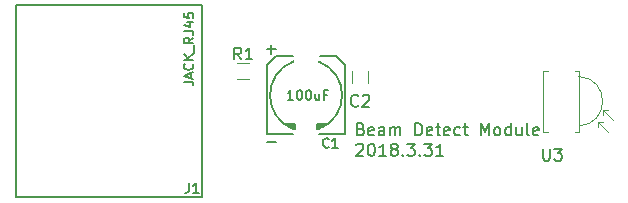
<source format=gbr>
G04 #@! TF.FileFunction,Legend,Top*
%FSLAX46Y46*%
G04 Gerber Fmt 4.6, Leading zero omitted, Abs format (unit mm)*
G04 Created by KiCad (PCBNEW 4.0.7) date 03/31/18 19:23:34*
%MOMM*%
%LPD*%
G01*
G04 APERTURE LIST*
%ADD10C,0.150000*%
%ADD11C,0.203200*%
%ADD12C,0.120000*%
%ADD13C,0.149860*%
G04 APERTURE END LIST*
D10*
D11*
X61540571Y-48085829D02*
X61685714Y-48134210D01*
X61734095Y-48182590D01*
X61782476Y-48279352D01*
X61782476Y-48424495D01*
X61734095Y-48521257D01*
X61685714Y-48569638D01*
X61588952Y-48618019D01*
X61201905Y-48618019D01*
X61201905Y-47602019D01*
X61540571Y-47602019D01*
X61637333Y-47650400D01*
X61685714Y-47698781D01*
X61734095Y-47795543D01*
X61734095Y-47892305D01*
X61685714Y-47989067D01*
X61637333Y-48037448D01*
X61540571Y-48085829D01*
X61201905Y-48085829D01*
X62604952Y-48569638D02*
X62508190Y-48618019D01*
X62314667Y-48618019D01*
X62217905Y-48569638D01*
X62169524Y-48472876D01*
X62169524Y-48085829D01*
X62217905Y-47989067D01*
X62314667Y-47940686D01*
X62508190Y-47940686D01*
X62604952Y-47989067D01*
X62653333Y-48085829D01*
X62653333Y-48182590D01*
X62169524Y-48279352D01*
X63524190Y-48618019D02*
X63524190Y-48085829D01*
X63475809Y-47989067D01*
X63379047Y-47940686D01*
X63185524Y-47940686D01*
X63088762Y-47989067D01*
X63524190Y-48569638D02*
X63427428Y-48618019D01*
X63185524Y-48618019D01*
X63088762Y-48569638D01*
X63040381Y-48472876D01*
X63040381Y-48376114D01*
X63088762Y-48279352D01*
X63185524Y-48230971D01*
X63427428Y-48230971D01*
X63524190Y-48182590D01*
X64008000Y-48618019D02*
X64008000Y-47940686D01*
X64008000Y-48037448D02*
X64056381Y-47989067D01*
X64153143Y-47940686D01*
X64298285Y-47940686D01*
X64395047Y-47989067D01*
X64443428Y-48085829D01*
X64443428Y-48618019D01*
X64443428Y-48085829D02*
X64491809Y-47989067D01*
X64588571Y-47940686D01*
X64733714Y-47940686D01*
X64830476Y-47989067D01*
X64878857Y-48085829D01*
X64878857Y-48618019D01*
X66136762Y-48618019D02*
X66136762Y-47602019D01*
X66378667Y-47602019D01*
X66523809Y-47650400D01*
X66620571Y-47747162D01*
X66668952Y-47843924D01*
X66717333Y-48037448D01*
X66717333Y-48182590D01*
X66668952Y-48376114D01*
X66620571Y-48472876D01*
X66523809Y-48569638D01*
X66378667Y-48618019D01*
X66136762Y-48618019D01*
X67539809Y-48569638D02*
X67443047Y-48618019D01*
X67249524Y-48618019D01*
X67152762Y-48569638D01*
X67104381Y-48472876D01*
X67104381Y-48085829D01*
X67152762Y-47989067D01*
X67249524Y-47940686D01*
X67443047Y-47940686D01*
X67539809Y-47989067D01*
X67588190Y-48085829D01*
X67588190Y-48182590D01*
X67104381Y-48279352D01*
X67878476Y-47940686D02*
X68265524Y-47940686D01*
X68023619Y-47602019D02*
X68023619Y-48472876D01*
X68072000Y-48569638D01*
X68168762Y-48618019D01*
X68265524Y-48618019D01*
X68991237Y-48569638D02*
X68894475Y-48618019D01*
X68700952Y-48618019D01*
X68604190Y-48569638D01*
X68555809Y-48472876D01*
X68555809Y-48085829D01*
X68604190Y-47989067D01*
X68700952Y-47940686D01*
X68894475Y-47940686D01*
X68991237Y-47989067D01*
X69039618Y-48085829D01*
X69039618Y-48182590D01*
X68555809Y-48279352D01*
X69910475Y-48569638D02*
X69813713Y-48618019D01*
X69620190Y-48618019D01*
X69523428Y-48569638D01*
X69475047Y-48521257D01*
X69426666Y-48424495D01*
X69426666Y-48134210D01*
X69475047Y-48037448D01*
X69523428Y-47989067D01*
X69620190Y-47940686D01*
X69813713Y-47940686D01*
X69910475Y-47989067D01*
X70200761Y-47940686D02*
X70587809Y-47940686D01*
X70345904Y-47602019D02*
X70345904Y-48472876D01*
X70394285Y-48569638D01*
X70491047Y-48618019D01*
X70587809Y-48618019D01*
X71700570Y-48618019D02*
X71700570Y-47602019D01*
X72039236Y-48327733D01*
X72377903Y-47602019D01*
X72377903Y-48618019D01*
X73006856Y-48618019D02*
X72910094Y-48569638D01*
X72861713Y-48521257D01*
X72813332Y-48424495D01*
X72813332Y-48134210D01*
X72861713Y-48037448D01*
X72910094Y-47989067D01*
X73006856Y-47940686D01*
X73151998Y-47940686D01*
X73248760Y-47989067D01*
X73297141Y-48037448D01*
X73345522Y-48134210D01*
X73345522Y-48424495D01*
X73297141Y-48521257D01*
X73248760Y-48569638D01*
X73151998Y-48618019D01*
X73006856Y-48618019D01*
X74216379Y-48618019D02*
X74216379Y-47602019D01*
X74216379Y-48569638D02*
X74119617Y-48618019D01*
X73926094Y-48618019D01*
X73829332Y-48569638D01*
X73780951Y-48521257D01*
X73732570Y-48424495D01*
X73732570Y-48134210D01*
X73780951Y-48037448D01*
X73829332Y-47989067D01*
X73926094Y-47940686D01*
X74119617Y-47940686D01*
X74216379Y-47989067D01*
X75135617Y-47940686D02*
X75135617Y-48618019D01*
X74700189Y-47940686D02*
X74700189Y-48472876D01*
X74748570Y-48569638D01*
X74845332Y-48618019D01*
X74990474Y-48618019D01*
X75087236Y-48569638D01*
X75135617Y-48521257D01*
X75764570Y-48618019D02*
X75667808Y-48569638D01*
X75619427Y-48472876D01*
X75619427Y-47602019D01*
X76538664Y-48569638D02*
X76441902Y-48618019D01*
X76248379Y-48618019D01*
X76151617Y-48569638D01*
X76103236Y-48472876D01*
X76103236Y-48085829D01*
X76151617Y-47989067D01*
X76248379Y-47940686D01*
X76441902Y-47940686D01*
X76538664Y-47989067D01*
X76587045Y-48085829D01*
X76587045Y-48182590D01*
X76103236Y-48279352D01*
X61153524Y-49425981D02*
X61201905Y-49377600D01*
X61298667Y-49329219D01*
X61540571Y-49329219D01*
X61637333Y-49377600D01*
X61685714Y-49425981D01*
X61734095Y-49522743D01*
X61734095Y-49619505D01*
X61685714Y-49764648D01*
X61105143Y-50345219D01*
X61734095Y-50345219D01*
X62363048Y-49329219D02*
X62459809Y-49329219D01*
X62556571Y-49377600D01*
X62604952Y-49425981D01*
X62653333Y-49522743D01*
X62701714Y-49716267D01*
X62701714Y-49958171D01*
X62653333Y-50151695D01*
X62604952Y-50248457D01*
X62556571Y-50296838D01*
X62459809Y-50345219D01*
X62363048Y-50345219D01*
X62266286Y-50296838D01*
X62217905Y-50248457D01*
X62169524Y-50151695D01*
X62121143Y-49958171D01*
X62121143Y-49716267D01*
X62169524Y-49522743D01*
X62217905Y-49425981D01*
X62266286Y-49377600D01*
X62363048Y-49329219D01*
X63669333Y-50345219D02*
X63088762Y-50345219D01*
X63379048Y-50345219D02*
X63379048Y-49329219D01*
X63282286Y-49474362D01*
X63185524Y-49571124D01*
X63088762Y-49619505D01*
X64249905Y-49764648D02*
X64153143Y-49716267D01*
X64104762Y-49667886D01*
X64056381Y-49571124D01*
X64056381Y-49522743D01*
X64104762Y-49425981D01*
X64153143Y-49377600D01*
X64249905Y-49329219D01*
X64443428Y-49329219D01*
X64540190Y-49377600D01*
X64588571Y-49425981D01*
X64636952Y-49522743D01*
X64636952Y-49571124D01*
X64588571Y-49667886D01*
X64540190Y-49716267D01*
X64443428Y-49764648D01*
X64249905Y-49764648D01*
X64153143Y-49813029D01*
X64104762Y-49861410D01*
X64056381Y-49958171D01*
X64056381Y-50151695D01*
X64104762Y-50248457D01*
X64153143Y-50296838D01*
X64249905Y-50345219D01*
X64443428Y-50345219D01*
X64540190Y-50296838D01*
X64588571Y-50248457D01*
X64636952Y-50151695D01*
X64636952Y-49958171D01*
X64588571Y-49861410D01*
X64540190Y-49813029D01*
X64443428Y-49764648D01*
X65072381Y-50248457D02*
X65120762Y-50296838D01*
X65072381Y-50345219D01*
X65024000Y-50296838D01*
X65072381Y-50248457D01*
X65072381Y-50345219D01*
X65459429Y-49329219D02*
X66088381Y-49329219D01*
X65749715Y-49716267D01*
X65894857Y-49716267D01*
X65991619Y-49764648D01*
X66040000Y-49813029D01*
X66088381Y-49909790D01*
X66088381Y-50151695D01*
X66040000Y-50248457D01*
X65991619Y-50296838D01*
X65894857Y-50345219D01*
X65604572Y-50345219D01*
X65507810Y-50296838D01*
X65459429Y-50248457D01*
X66523810Y-50248457D02*
X66572191Y-50296838D01*
X66523810Y-50345219D01*
X66475429Y-50296838D01*
X66523810Y-50248457D01*
X66523810Y-50345219D01*
X66910858Y-49329219D02*
X67539810Y-49329219D01*
X67201144Y-49716267D01*
X67346286Y-49716267D01*
X67443048Y-49764648D01*
X67491429Y-49813029D01*
X67539810Y-49909790D01*
X67539810Y-50151695D01*
X67491429Y-50248457D01*
X67443048Y-50296838D01*
X67346286Y-50345219D01*
X67056001Y-50345219D01*
X66959239Y-50296838D01*
X66910858Y-50248457D01*
X68507429Y-50345219D02*
X67926858Y-50345219D01*
X68217144Y-50345219D02*
X68217144Y-49329219D01*
X68120382Y-49474362D01*
X68023620Y-49571124D01*
X67926858Y-49619505D01*
D12*
X60788000Y-44188000D02*
X60788000Y-43188000D01*
X62148000Y-43188000D02*
X62148000Y-44188000D01*
D13*
X32312000Y-37590000D02*
X48062000Y-37590000D01*
X48062000Y-37590000D02*
X48062000Y-53850000D01*
X48062000Y-53850000D02*
X32312000Y-53850000D01*
X32312000Y-53850000D02*
X32312000Y-37590000D01*
D12*
X77326000Y-43120000D02*
X76986000Y-43120000D01*
X76986000Y-43120000D02*
X76986000Y-48320000D01*
X76986000Y-48320000D02*
X77326000Y-48320000D01*
X79646000Y-43120000D02*
X79986000Y-43120000D01*
X79986000Y-43120000D02*
X79986000Y-48320000D01*
X79986000Y-48320000D02*
X79646000Y-48320000D01*
X81636000Y-47490000D02*
X81636000Y-47890000D01*
X81636000Y-47490000D02*
X82036000Y-47490000D01*
X81636000Y-47490000D02*
X82436000Y-48290000D01*
X82036000Y-46490000D02*
X82836000Y-47290000D01*
X82036000Y-46490000D02*
X82436000Y-46490000D01*
X82036000Y-46490000D02*
X82036000Y-46890000D01*
X79987736Y-47819917D02*
G75*
G03X79986000Y-43620000I-101736J2099917D01*
G01*
D13*
X55829200Y-48082200D02*
X55956200Y-48082200D01*
X57835800Y-48056800D02*
X57937400Y-48056800D01*
X57957233Y-48058882D02*
G75*
G03X57962800Y-42367200I-1061233J2846882D01*
G01*
X55818104Y-42345949D02*
G75*
G03X55829200Y-48082200I1077896J-2866051D01*
G01*
X58064400Y-48006000D02*
X57835800Y-48006000D01*
X58318400Y-47879000D02*
X57835800Y-47879000D01*
X58521600Y-47752000D02*
X57835800Y-47752000D01*
X58699400Y-47625000D02*
X57835800Y-47625000D01*
X57835800Y-47625000D02*
X57835800Y-48056800D01*
X55956200Y-47625000D02*
X55956200Y-48082200D01*
X55676800Y-48006000D02*
X55956200Y-48006000D01*
X55422800Y-47879000D02*
X55956200Y-47879000D01*
X55219600Y-47752000D02*
X55956200Y-47752000D01*
X55041800Y-47625000D02*
X55956200Y-47625000D01*
X53594000Y-48514000D02*
X55778400Y-48514000D01*
X60198000Y-48514000D02*
X58013600Y-48514000D01*
X54356000Y-41910000D02*
X55778400Y-41910000D01*
X58039000Y-41910000D02*
X59436000Y-41910000D01*
X53594000Y-49174400D02*
X54356000Y-49174400D01*
X60198000Y-48514000D02*
X60198000Y-42672000D01*
X60198000Y-42672000D02*
X59436000Y-41910000D01*
X54356000Y-41910000D02*
X53594000Y-42672000D01*
X53594000Y-42672000D02*
X53594000Y-48514000D01*
X53949600Y-40944800D02*
X53949600Y-41706800D01*
X53594000Y-41325800D02*
X54356000Y-41325800D01*
D12*
X52062000Y-43860000D02*
X51062000Y-43860000D01*
X51062000Y-42500000D02*
X52062000Y-42500000D01*
D10*
X61301334Y-46077143D02*
X61253715Y-46124762D01*
X61110858Y-46172381D01*
X61015620Y-46172381D01*
X60872762Y-46124762D01*
X60777524Y-46029524D01*
X60729905Y-45934286D01*
X60682286Y-45743810D01*
X60682286Y-45600952D01*
X60729905Y-45410476D01*
X60777524Y-45315238D01*
X60872762Y-45220000D01*
X61015620Y-45172381D01*
X61110858Y-45172381D01*
X61253715Y-45220000D01*
X61301334Y-45267619D01*
X61682286Y-45267619D02*
X61729905Y-45220000D01*
X61825143Y-45172381D01*
X62063239Y-45172381D01*
X62158477Y-45220000D01*
X62206096Y-45267619D01*
X62253715Y-45362857D01*
X62253715Y-45458095D01*
X62206096Y-45600952D01*
X61634667Y-46172381D01*
X62253715Y-46172381D01*
X46977334Y-52647905D02*
X46977334Y-53219333D01*
X46939238Y-53333619D01*
X46863048Y-53409810D01*
X46748762Y-53447905D01*
X46672572Y-53447905D01*
X47777334Y-53447905D02*
X47320191Y-53447905D01*
X47548762Y-53447905D02*
X47548762Y-52647905D01*
X47472572Y-52762190D01*
X47396381Y-52838381D01*
X47320191Y-52876476D01*
X46551905Y-44075000D02*
X47123333Y-44075000D01*
X47237619Y-44113096D01*
X47313810Y-44189286D01*
X47351905Y-44303572D01*
X47351905Y-44379762D01*
X47123333Y-43732143D02*
X47123333Y-43351191D01*
X47351905Y-43808334D02*
X46551905Y-43541667D01*
X47351905Y-43275000D01*
X47275714Y-42551191D02*
X47313810Y-42589286D01*
X47351905Y-42703572D01*
X47351905Y-42779762D01*
X47313810Y-42894048D01*
X47237619Y-42970239D01*
X47161429Y-43008334D01*
X47009048Y-43046429D01*
X46894762Y-43046429D01*
X46742381Y-43008334D01*
X46666190Y-42970239D01*
X46590000Y-42894048D01*
X46551905Y-42779762D01*
X46551905Y-42703572D01*
X46590000Y-42589286D01*
X46628095Y-42551191D01*
X47351905Y-42208334D02*
X46551905Y-42208334D01*
X47351905Y-41751191D02*
X46894762Y-42094048D01*
X46551905Y-41751191D02*
X47009048Y-42208334D01*
X47428095Y-41598810D02*
X47428095Y-40989286D01*
X47351905Y-40341667D02*
X46970952Y-40608334D01*
X47351905Y-40798810D02*
X46551905Y-40798810D01*
X46551905Y-40494048D01*
X46590000Y-40417857D01*
X46628095Y-40379762D01*
X46704286Y-40341667D01*
X46818571Y-40341667D01*
X46894762Y-40379762D01*
X46932857Y-40417857D01*
X46970952Y-40494048D01*
X46970952Y-40798810D01*
X46551905Y-39770238D02*
X47123333Y-39770238D01*
X47237619Y-39808334D01*
X47313810Y-39884524D01*
X47351905Y-39998810D01*
X47351905Y-40075000D01*
X46818571Y-39046429D02*
X47351905Y-39046429D01*
X46513810Y-39236905D02*
X47085238Y-39427381D01*
X47085238Y-38932143D01*
X46551905Y-38246428D02*
X46551905Y-38627381D01*
X46932857Y-38665476D01*
X46894762Y-38627381D01*
X46856667Y-38551190D01*
X46856667Y-38360714D01*
X46894762Y-38284524D01*
X46932857Y-38246428D01*
X47009048Y-38208333D01*
X47199524Y-38208333D01*
X47275714Y-38246428D01*
X47313810Y-38284524D01*
X47351905Y-38360714D01*
X47351905Y-38551190D01*
X47313810Y-38627381D01*
X47275714Y-38665476D01*
X76962095Y-49744381D02*
X76962095Y-50553905D01*
X77009714Y-50649143D01*
X77057333Y-50696762D01*
X77152571Y-50744381D01*
X77343048Y-50744381D01*
X77438286Y-50696762D01*
X77485905Y-50649143D01*
X77533524Y-50553905D01*
X77533524Y-49744381D01*
X77914476Y-49744381D02*
X78533524Y-49744381D01*
X78200190Y-50125333D01*
X78343048Y-50125333D01*
X78438286Y-50172952D01*
X78485905Y-50220571D01*
X78533524Y-50315810D01*
X78533524Y-50553905D01*
X78485905Y-50649143D01*
X78438286Y-50696762D01*
X78343048Y-50744381D01*
X78057333Y-50744381D01*
X77962095Y-50696762D01*
X77914476Y-50649143D01*
X58794667Y-49561714D02*
X58756572Y-49599810D01*
X58642286Y-49637905D01*
X58566096Y-49637905D01*
X58451810Y-49599810D01*
X58375619Y-49523619D01*
X58337524Y-49447429D01*
X58299429Y-49295048D01*
X58299429Y-49180762D01*
X58337524Y-49028381D01*
X58375619Y-48952190D01*
X58451810Y-48876000D01*
X58566096Y-48837905D01*
X58642286Y-48837905D01*
X58756572Y-48876000D01*
X58794667Y-48914095D01*
X59556572Y-49637905D02*
X59099429Y-49637905D01*
X59328000Y-49637905D02*
X59328000Y-48837905D01*
X59251810Y-48952190D01*
X59175619Y-49028381D01*
X59099429Y-49066476D01*
X55784905Y-45599305D02*
X55327762Y-45599305D01*
X55556333Y-45599305D02*
X55556333Y-44799305D01*
X55480143Y-44913590D01*
X55403952Y-44989781D01*
X55327762Y-45027876D01*
X56280143Y-44799305D02*
X56356334Y-44799305D01*
X56432524Y-44837400D01*
X56470619Y-44875495D01*
X56508715Y-44951686D01*
X56546810Y-45104067D01*
X56546810Y-45294543D01*
X56508715Y-45446924D01*
X56470619Y-45523114D01*
X56432524Y-45561210D01*
X56356334Y-45599305D01*
X56280143Y-45599305D01*
X56203953Y-45561210D01*
X56165857Y-45523114D01*
X56127762Y-45446924D01*
X56089667Y-45294543D01*
X56089667Y-45104067D01*
X56127762Y-44951686D01*
X56165857Y-44875495D01*
X56203953Y-44837400D01*
X56280143Y-44799305D01*
X57042048Y-44799305D02*
X57118239Y-44799305D01*
X57194429Y-44837400D01*
X57232524Y-44875495D01*
X57270620Y-44951686D01*
X57308715Y-45104067D01*
X57308715Y-45294543D01*
X57270620Y-45446924D01*
X57232524Y-45523114D01*
X57194429Y-45561210D01*
X57118239Y-45599305D01*
X57042048Y-45599305D01*
X56965858Y-45561210D01*
X56927762Y-45523114D01*
X56889667Y-45446924D01*
X56851572Y-45294543D01*
X56851572Y-45104067D01*
X56889667Y-44951686D01*
X56927762Y-44875495D01*
X56965858Y-44837400D01*
X57042048Y-44799305D01*
X57994429Y-45065971D02*
X57994429Y-45599305D01*
X57651572Y-45065971D02*
X57651572Y-45485019D01*
X57689667Y-45561210D01*
X57765858Y-45599305D01*
X57880144Y-45599305D01*
X57956334Y-45561210D01*
X57994429Y-45523114D01*
X58642049Y-45180257D02*
X58375382Y-45180257D01*
X58375382Y-45599305D02*
X58375382Y-44799305D01*
X58756335Y-44799305D01*
X51395334Y-42182381D02*
X51062000Y-41706190D01*
X50823905Y-42182381D02*
X50823905Y-41182381D01*
X51204858Y-41182381D01*
X51300096Y-41230000D01*
X51347715Y-41277619D01*
X51395334Y-41372857D01*
X51395334Y-41515714D01*
X51347715Y-41610952D01*
X51300096Y-41658571D01*
X51204858Y-41706190D01*
X50823905Y-41706190D01*
X52347715Y-42182381D02*
X51776286Y-42182381D01*
X52062000Y-42182381D02*
X52062000Y-41182381D01*
X51966762Y-41325238D01*
X51871524Y-41420476D01*
X51776286Y-41468095D01*
M02*

</source>
